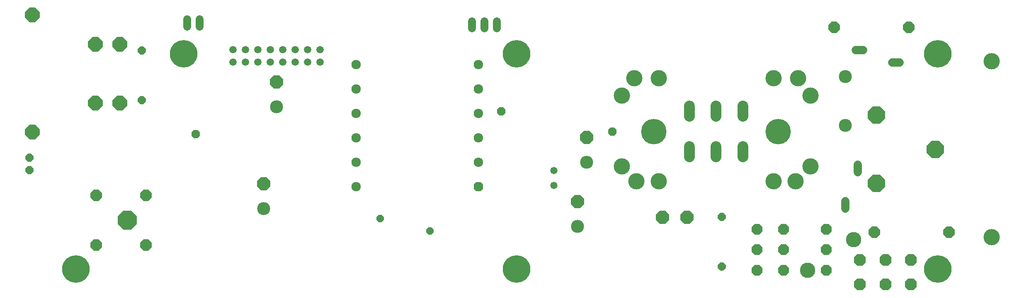
<source format=gbs>
G75*
%MOIN*%
%OFA0B0*%
%FSLAX25Y25*%
%IPPOS*%
%LPD*%
%AMOC8*
5,1,8,0,0,1.08239X$1,22.5*
%
%ADD10C,0.13098*%
%ADD11OC8,0.09350*%
%ADD12C,0.10500*%
%ADD13C,0.06500*%
%ADD14OC8,0.06500*%
%ADD15OC8,0.10500*%
%ADD16C,0.05815*%
%ADD17OC8,0.08768*%
%ADD18C,0.07587*%
%ADD19OC8,0.07587*%
%ADD20C,0.12311*%
%ADD21OC8,0.13886*%
%ADD22OC8,0.11768*%
%ADD23C,0.20500*%
%ADD24OC8,0.09100*%
%ADD25OC8,0.15500*%
%ADD26C,0.08750*%
%ADD27C,0.06406*%
%ADD28C,0.05900*%
%ADD29OC8,0.06996*%
%ADD30OC8,0.05900*%
%ADD31OC8,0.06406*%
%ADD32OC8,0.09555*%
%ADD33C,0.22154*%
D10*
X0556731Y0164445D03*
X0568542Y0152634D03*
X0586259Y0152634D03*
X0678778Y0152634D03*
X0696495Y0152634D03*
X0708306Y0164445D03*
X0708306Y0221531D03*
X0698463Y0235311D03*
X0678778Y0235311D03*
X0586259Y0235311D03*
X0566573Y0235311D03*
X0556731Y0221531D03*
X0853975Y0249091D03*
X0853975Y0107358D03*
D11*
X0819699Y0111364D03*
X0759699Y0111364D03*
X0787449Y0276364D03*
X0727449Y0276364D03*
D12*
X0736449Y0236734D03*
X0736449Y0197364D03*
X0528449Y0167864D03*
X0520949Y0116114D03*
X0268699Y0130364D03*
X0279199Y0212364D03*
D13*
X0736449Y0136350D02*
X0736449Y0130350D01*
X0746449Y0159878D02*
X0746449Y0165878D01*
X0774213Y0248114D02*
X0780213Y0248114D01*
X0750686Y0258114D02*
X0744686Y0258114D01*
D14*
X0636949Y0123864D03*
X0636949Y0083864D03*
X0170668Y0217896D03*
X0170668Y0257896D03*
D15*
X0279199Y0232364D03*
X0268699Y0150364D03*
X0520949Y0136114D03*
X0589357Y0123614D03*
X0609042Y0123614D03*
X0528449Y0187864D03*
D16*
X0501949Y0161020D03*
X0501949Y0149209D03*
D17*
X0665570Y0113900D03*
X0686829Y0113900D03*
X0721199Y0113900D03*
X0721199Y0097364D03*
X0686829Y0097364D03*
X0665570Y0097364D03*
X0665570Y0080829D03*
X0686829Y0080829D03*
X0721199Y0080829D03*
D18*
X0441412Y0167837D03*
X0441412Y0187522D03*
X0441412Y0207207D03*
X0441412Y0226892D03*
X0441412Y0246577D03*
X0342987Y0246577D03*
X0342987Y0226892D03*
X0342987Y0207207D03*
X0342987Y0187522D03*
X0342987Y0167837D03*
X0342987Y0148152D03*
D19*
X0441412Y0148152D03*
D20*
X0706042Y0080829D03*
X0743050Y0105632D03*
D21*
X0761455Y0150665D03*
X0808699Y0178224D03*
X0761455Y0205783D03*
D22*
X0153188Y0215626D03*
X0133503Y0215626D03*
X0082715Y0192004D03*
X0133503Y0262870D03*
X0153188Y0262870D03*
X0082715Y0286492D03*
D23*
X0582449Y0192614D03*
X0682449Y0192614D03*
D24*
X0174054Y0141138D03*
X0134054Y0141138D03*
X0134054Y0101138D03*
X0174054Y0101138D03*
D25*
X0159093Y0121138D03*
D26*
X0610949Y0172239D02*
X0610949Y0180489D01*
X0632449Y0180489D02*
X0632449Y0172239D01*
X0653949Y0172239D02*
X0653949Y0180489D01*
X0653949Y0204739D02*
X0653949Y0212989D01*
X0632449Y0212989D02*
X0632449Y0204739D01*
X0610949Y0204739D02*
X0610949Y0212989D01*
D27*
X0456199Y0275661D02*
X0456199Y0281567D01*
X0446199Y0281567D02*
X0446199Y0275661D01*
X0436199Y0275661D02*
X0436199Y0281567D01*
X0217199Y0283067D02*
X0217199Y0277161D01*
X0207199Y0277161D02*
X0207199Y0283067D01*
D28*
X0244199Y0258614D03*
X0254199Y0258614D03*
X0264199Y0258614D03*
X0274199Y0258614D03*
X0284199Y0258614D03*
X0294199Y0258614D03*
X0304199Y0258614D03*
X0314199Y0258614D03*
X0314199Y0248614D03*
X0304199Y0248614D03*
X0294199Y0248614D03*
X0284199Y0248614D03*
X0274199Y0248614D03*
X0264199Y0248614D03*
X0254199Y0248614D03*
X0244199Y0248614D03*
D29*
X0214199Y0190614D03*
X0459699Y0208864D03*
X0549199Y0192364D03*
D30*
X0362449Y0122614D03*
X0402449Y0112614D03*
D31*
X0080353Y0161413D03*
X0080353Y0171413D03*
D32*
X0748199Y0089049D03*
X0768699Y0089049D03*
X0789199Y0089049D03*
X0789199Y0069364D03*
X0768699Y0069364D03*
X0748199Y0069364D03*
D33*
X0117755Y0081768D03*
X0472085Y0081768D03*
X0810668Y0081768D03*
X0810668Y0254996D03*
X0472085Y0254996D03*
X0204369Y0254996D03*
M02*

</source>
